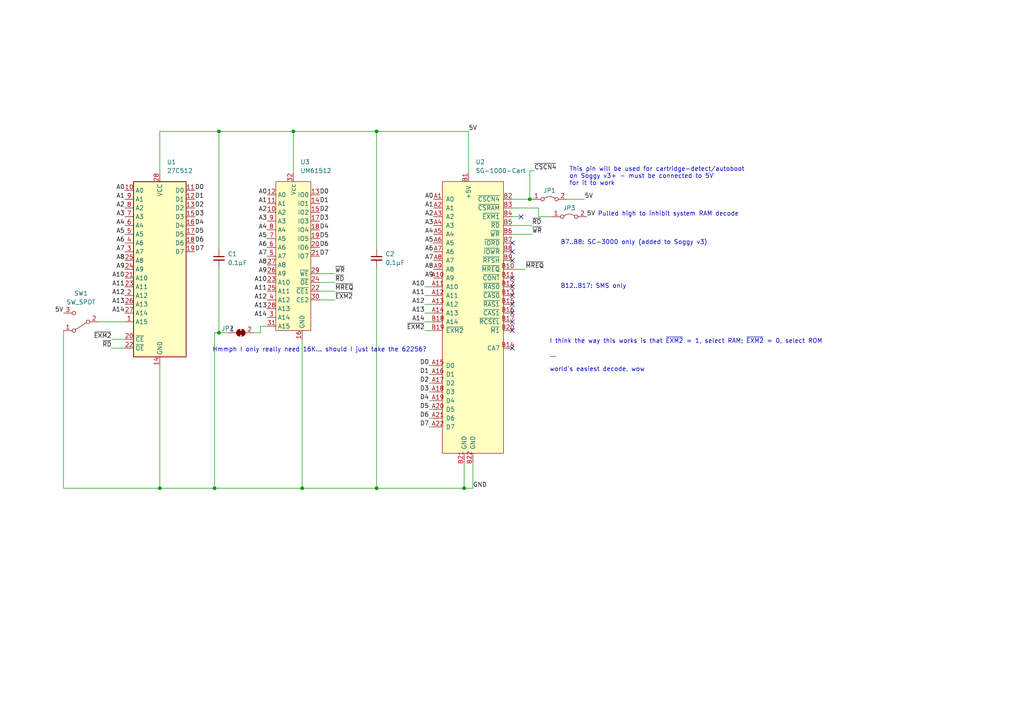
<source format=kicad_sch>
(kicad_sch (version 20211123) (generator eeschema)
  (paper "A4")
  (lib_symbols
    (symbol "BasicChips:UM61512"
      (property "Reference" "U" (at 0 0 0))
      (property "Value" "UM61512" (at 0 0 0))
      (symbol "UM61512_0_1"
        (rectangle (start -5.08 -43.18) (end 5.08 0) (fill (type background)))
      )
      (symbol "UM61512_1_1"
        (pin no_connect line (at 15.24 -36.83 90) (length 2.54) hide (name "N/C") (number "1"))
        (pin input line (at -7.62 -8.89 0) (length 2.54) (name "A2") (number "10"))
        (pin input line (at -7.62 -6.35 0) (length 2.54) (name "A1") (number "11"))
        (pin input line (at -7.62 -3.81 0) (length 2.54) (name "A0") (number "12"))
        (pin bidirectional line (at 7.62 -3.81 180) (length 2.54) (name "IO0") (number "13"))
        (pin bidirectional line (at 7.62 -6.35 180) (length 2.54) (name "IO1") (number "14"))
        (pin bidirectional line (at 7.62 -8.89 180) (length 2.54) (name "IO2") (number "15"))
        (pin power_in line (at 2.54 -45.72 90) (length 2.54) (name "GND") (number "16"))
        (pin bidirectional line (at 7.62 -11.43 180) (length 2.54) (name "IO3") (number "17"))
        (pin bidirectional line (at 7.62 -13.97 180) (length 2.54) (name "IO4") (number "18"))
        (pin bidirectional line (at 7.62 -16.51 180) (length 2.54) (name "IO5") (number "19"))
        (pin no_connect line (at 17.78 -36.83 90) (length 2.54) hide (name "N/C") (number "2"))
        (pin bidirectional line (at 7.62 -19.05 180) (length 2.54) (name "IO6") (number "20"))
        (pin bidirectional line (at 7.62 -21.59 180) (length 2.54) (name "IO7") (number "21"))
        (pin input line (at 7.62 -31.75 180) (length 2.54) (name "~{CE1}") (number "22"))
        (pin input line (at -7.62 -29.21 0) (length 2.54) (name "A10") (number "23"))
        (pin input line (at 7.62 -29.21 180) (length 2.54) (name "~{OE}") (number "24"))
        (pin input line (at -7.62 -31.75 0) (length 2.54) (name "A11") (number "25"))
        (pin input line (at -7.62 -26.67 0) (length 2.54) (name "A9") (number "26"))
        (pin input line (at -7.62 -24.13 0) (length 2.54) (name "A8") (number "27"))
        (pin input line (at -7.62 -36.83 0) (length 2.54) (name "A13") (number "28"))
        (pin input line (at 7.62 -26.67 180) (length 2.54) (name "~{WE}") (number "29"))
        (pin input line (at -7.62 -39.37 0) (length 2.54) (name "A14") (number "3"))
        (pin input line (at 7.62 -34.29 180) (length 2.54) (name "CE2") (number "30"))
        (pin input line (at -7.62 -41.91 0) (length 2.54) (name "A15") (number "31"))
        (pin power_in line (at 0 2.54 270) (length 2.54) (name "Vcc") (number "32"))
        (pin input line (at -7.62 -34.29 0) (length 2.54) (name "A12") (number "4"))
        (pin input line (at -7.62 -21.59 0) (length 2.54) (name "A7") (number "5"))
        (pin input line (at -7.62 -19.05 0) (length 2.54) (name "A6") (number "6"))
        (pin input line (at -7.62 -16.51 0) (length 2.54) (name "A5") (number "7"))
        (pin input line (at -7.62 -13.97 0) (length 2.54) (name "A4") (number "8"))
        (pin input line (at -7.62 -11.43 0) (length 2.54) (name "A3") (number "9"))
      )
    )
    (symbol "Device:C_Small" (pin_numbers hide) (pin_names (offset 0.254) hide)
      (property "Reference" "C" (at 0.254 1.778 0))
      (property "Value" "C_Small" (at 0.254 -2.032 0))
      (symbol "C_Small_0_1"
        (polyline (pts (xy -1.524 -0.508) (xy 1.524 -0.508)) (stroke (width 0.3302)))
        (polyline (pts (xy -1.524 0.508) (xy 1.524 0.508)) (stroke (width 0.3048)))
      )
      (symbol "C_Small_1_1"
        (pin passive line (at 0 2.54 270) (length 2.032) (name "~") (number "1"))
        (pin passive line (at 0 -2.54 90) (length 2.032) (name "~") (number "2"))
      )
    )
    (symbol "Jumper:Jumper_2_Bridged" (pin_names (offset 0) hide)
      (property "Reference" "JP" (at 0 1.905 0))
      (property "Value" "Jumper_2_Bridged" (at 0 -2.54 0))
      (symbol "Jumper_2_Bridged_0_0"
        (circle (center -2.032 0) (radius 0.508))
        (circle (center 2.032 0) (radius 0.508))
      )
      (symbol "Jumper_2_Bridged_0_1"
        (arc (start 1.524 0.254) (mid 0 0.762) (end -1.524 0.254))
      )
      (symbol "Jumper_2_Bridged_1_1"
        (pin passive line (at -5.08 0 0) (length 2.54) (name "A") (number "1"))
        (pin passive line (at 5.08 0 180) (length 2.54) (name "B") (number "2"))
      )
    )
    (symbol "Jumper:SolderJumper_2_Bridged" (pin_names (offset 0) hide)
      (property "Reference" "JP" (at 0 2.032 0))
      (property "Value" "SolderJumper_2_Bridged" (at 0 -2.54 0))
      (symbol "SolderJumper_2_Bridged_0_1"
        (rectangle (start -0.508 0.508) (end 0.508 -0.508) (fill (type outline)))
        (arc (start -0.254 1.016) (mid -1.27 0) (end -0.254 -1.016))
        (arc (start -0.254 1.016) (mid -1.27 0) (end -0.254 -1.016) (fill (type outline)))
        (polyline (pts (xy -0.254 1.016) (xy -0.254 -1.016)))
        (polyline (pts (xy 0.254 1.016) (xy 0.254 -1.016)))
        (arc (start 0.254 -1.016) (mid 1.27 0) (end 0.254 1.016))
        (arc (start 0.254 -1.016) (mid 1.27 0) (end 0.254 1.016) (fill (type outline)))
      )
      (symbol "SolderJumper_2_Bridged_1_1"
        (pin passive line (at -3.81 0 0) (length 2.54) (name "A") (number "1"))
        (pin passive line (at 3.81 0 180) (length 2.54) (name "B") (number "2"))
      )
    )
    (symbol "LeadedSolder:SG-1000-Cart" (pin_names (offset 1.016))
      (property "Reference" "U" (at 0 -72.39 0))
      (property "Value" "SG-1000-Cart" (at 0 -69.85 0))
      (symbol "SG-1000-Cart_0_1"
        (rectangle (start -7.62 13.97) (end 10.16 -64.77) (fill (type background)))
      )
      (symbol "SG-1000-Cart_1_1"
        (pin input line (at -10.16 8.89 0) (length 2.54) (name "A0") (number "A1"))
        (pin input line (at -10.16 -13.97 0) (length 2.54) (name "A9") (number "A10"))
        (pin input line (at -10.16 -16.51 0) (length 2.54) (name "A10") (number "A11"))
        (pin input line (at -10.16 -19.05 0) (length 2.54) (name "A11") (number "A12"))
        (pin input line (at -10.16 -21.59 0) (length 2.54) (name "A12") (number "A13"))
        (pin input line (at -10.16 -24.13 0) (length 2.54) (name "A13") (number "A14"))
        (pin bidirectional line (at -10.16 -39.37 0) (length 2.54) (name "D0") (number "A15"))
        (pin bidirectional line (at -10.16 -41.91 0) (length 2.54) (name "D1") (number "A16"))
        (pin bidirectional line (at -10.16 -44.45 0) (length 2.54) (name "D2") (number "A17"))
        (pin bidirectional line (at -10.16 -46.99 0) (length 2.54) (name "D3") (number "A18"))
        (pin bidirectional line (at -10.16 -49.53 0) (length 2.54) (name "D4") (number "A19"))
        (pin input line (at -10.16 6.35 0) (length 2.54) (name "A1") (number "A2"))
        (pin bidirectional line (at -10.16 -52.07 0) (length 2.54) (name "D5") (number "A20"))
        (pin bidirectional line (at -10.16 -54.61 0) (length 2.54) (name "D6") (number "A21"))
        (pin bidirectional line (at -10.16 -57.15 0) (length 2.54) (name "D7") (number "A22"))
        (pin input line (at -10.16 3.81 0) (length 2.54) (name "A2") (number "A3"))
        (pin input line (at -10.16 1.27 0) (length 2.54) (name "A3") (number "A4"))
        (pin input line (at -10.16 -1.27 0) (length 2.54) (name "A4") (number "A5"))
        (pin input line (at -10.16 -3.81 0) (length 2.54) (name "A5") (number "A6"))
        (pin input line (at -10.16 -6.35 0) (length 2.54) (name "A6") (number "A7"))
        (pin input line (at -10.16 -8.89 0) (length 2.54) (name "A7") (number "A8"))
        (pin input line (at -10.16 -11.43 0) (length 2.54) (name "A8") (number "A9"))
        (pin power_in line (at 0 16.51 270) (length 2.54) (name "+5V") (number "B1"))
        (pin input line (at 12.7 -11.43 180) (length 2.54) (name "~{MREQ}") (number "B10"))
        (pin input line (at 12.7 -13.97 180) (length 2.54) (name "~{CONT}") (number "B11"))
        (pin input line (at 12.7 -16.51 180) (length 2.54) (name "~{RAS0}") (number "B12"))
        (pin input line (at 12.7 -19.05 180) (length 2.54) (name "~{CAS0}") (number "B13"))
        (pin input line (at 12.7 -34.29 180) (length 2.54) (name "CA7") (number "B14"))
        (pin input line (at 12.7 -21.59 180) (length 2.54) (name "~{RAS1}") (number "B15"))
        (pin input line (at 12.7 -24.13 180) (length 2.54) (name "~{CAS1}") (number "B16"))
        (pin input line (at 12.7 -26.67 180) (length 2.54) (name "~{RCSEL}") (number "B17"))
        (pin input line (at -10.16 -26.67 0) (length 2.54) (name "A14") (number "B18"))
        (pin input line (at -10.16 -29.21 0) (length 2.54) (name "~{EXM2}") (number "B19"))
        (pin input line (at 12.7 8.89 180) (length 2.54) (name "~{CSCN4}") (number "B2"))
        (pin input line (at 12.7 -29.21 180) (length 2.54) (name "~{M1}") (number "B20"))
        (pin power_in line (at -1.27 -67.31 90) (length 2.54) (name "GND") (number "B21"))
        (pin power_in line (at 1.27 -67.31 90) (length 2.54) (name "GND") (number "B22"))
        (pin input line (at 12.7 6.35 180) (length 2.54) (name "~{CSRAM}") (number "B3"))
        (pin input line (at 12.7 3.81 180) (length 2.54) (name "~{EXM1}") (number "B4"))
        (pin input line (at 12.7 1.27 180) (length 2.54) (name "~{RD}") (number "B5"))
        (pin input line (at 12.7 -1.27 180) (length 2.54) (name "~{WR}") (number "B6"))
        (pin input line (at 12.7 -3.81 180) (length 2.54) (name "~{IORD}") (number "B7"))
        (pin input line (at 12.7 -6.35 180) (length 2.54) (name "~{IOWR}") (number "B8"))
        (pin input line (at 12.7 -8.89 180) (length 2.54) (name "~{RFSH}") (number "B9"))
      )
    )
    (symbol "Memory_EPROM:27C512"
      (property "Reference" "U" (at -7.62 26.67 0))
      (property "Value" "27C512" (at 2.54 -26.67 0))
      (symbol "27C512_1_1"
        (rectangle (start -7.62 25.4) (end 7.62 -25.4) (stroke (width 0.254)) (fill (type background)))
        (pin input line (at -10.16 -15.24 0) (length 2.54) (name "A15") (number "1"))
        (pin input line (at -10.16 22.86 0) (length 2.54) (name "A0") (number "10"))
        (pin tri_state line (at 10.16 22.86 180) (length 2.54) (name "D0") (number "11"))
        (pin tri_state line (at 10.16 20.32 180) (length 2.54) (name "D1") (number "12"))
        (pin tri_state line (at 10.16 17.78 180) (length 2.54) (name "D2") (number "13"))
        (pin power_in line (at 0 -27.94 90) (length 2.54) (name "GND") (number "14"))
        (pin tri_state line (at 10.16 15.24 180) (length 2.54) (name "D3") (number "15"))
        (pin tri_state line (at 10.16 12.7 180) (length 2.54) (name "D4") (number "16"))
        (pin tri_state line (at 10.16 10.16 180) (length 2.54) (name "D5") (number "17"))
        (pin tri_state line (at 10.16 7.62 180) (length 2.54) (name "D6") (number "18"))
        (pin tri_state line (at 10.16 5.08 180) (length 2.54) (name "D7") (number "19"))
        (pin input line (at -10.16 -7.62 0) (length 2.54) (name "A12") (number "2"))
        (pin input line (at -10.16 -20.32 0) (length 2.54) (name "~{CE}") (number "20"))
        (pin input line (at -10.16 -2.54 0) (length 2.54) (name "A10") (number "21"))
        (pin input line (at -10.16 -22.86 0) (length 2.54) (name "~{OE}") (number "22"))
        (pin input line (at -10.16 -5.08 0) (length 2.54) (name "A11") (number "23"))
        (pin input line (at -10.16 0 0) (length 2.54) (name "A9") (number "24"))
        (pin input line (at -10.16 2.54 0) (length 2.54) (name "A8") (number "25"))
        (pin input line (at -10.16 -10.16 0) (length 2.54) (name "A13") (number "26"))
        (pin input line (at -10.16 -12.7 0) (length 2.54) (name "A14") (number "27"))
        (pin power_in line (at 0 27.94 270) (length 2.54) (name "VCC") (number "28"))
        (pin input line (at -10.16 5.08 0) (length 2.54) (name "A7") (number "3"))
        (pin input line (at -10.16 7.62 0) (length 2.54) (name "A6") (number "4"))
        (pin input line (at -10.16 10.16 0) (length 2.54) (name "A5") (number "5"))
        (pin input line (at -10.16 12.7 0) (length 2.54) (name "A4") (number "6"))
        (pin input line (at -10.16 15.24 0) (length 2.54) (name "A3") (number "7"))
        (pin input line (at -10.16 17.78 0) (length 2.54) (name "A2") (number "8"))
        (pin input line (at -10.16 20.32 0) (length 2.54) (name "A1") (number "9"))
      )
    )
    (symbol "Switch:SW_SPDT" (pin_names (offset 0) hide)
      (property "Reference" "SW" (at 0 4.318 0))
      (property "Value" "SW_SPDT" (at 0 -5.08 0))
      (symbol "SW_SPDT_0_0"
        (circle (center -2.032 0) (radius 0.508))
        (circle (center 2.032 -2.54) (radius 0.508))
      )
      (symbol "SW_SPDT_0_1"
        (polyline (pts (xy -1.524 0.254) (xy 1.651 2.286)))
        (circle (center 2.032 2.54) (radius 0.508))
      )
      (symbol "SW_SPDT_1_1"
        (pin passive line (at 5.08 2.54 180) (length 2.54) (name "A") (number "1"))
        (pin passive line (at -5.08 0 0) (length 2.54) (name "B") (number "2"))
        (pin passive line (at 5.08 -2.54 180) (length 2.54) (name "C") (number "3"))
      )
    )
  )
  (junction (at 85.09 38.1))
  (junction (at 109.22 38.1))
  (junction (at 46.355 141.605))
  (junction (at 109.22 141.605))
  (junction (at 153.67 57.785))
  (junction (at 63.5 96.52))
  (junction (at 87.63 141.605))
  (junction (at 134.62 141.605))
  (junction (at 63.5 38.1))
  (junction (at 62.23 141.605))
  (no_connect (at 151.13 62.865))
  (no_connect (at 148.59 100.965))
  (no_connect (at 148.59 70.485))
  (no_connect (at 148.59 73.025))
  (no_connect (at 148.59 75.565))
  (no_connect (at 148.59 95.885))
  (no_connect (at 148.59 80.645))
  (no_connect (at 148.59 88.265))
  (no_connect (at 148.59 85.725))
  (no_connect (at 148.59 83.185))
  (no_connect (at 148.59 93.345))
  (no_connect (at 148.59 90.805))
  (wire (pts (xy 124.46 123.825) (xy 125.73 123.825)))
  (wire (pts (xy 32.385 98.425) (xy 36.195 98.425)))
  (wire (pts (xy 46.355 38.1) (xy 46.355 50.165)))
  (wire (pts (xy 77.47 94.615) (xy 75.565 94.615)))
  (wire (pts (xy 28.575 93.345) (xy 36.195 93.345)))
  (wire (pts (xy 92.71 86.995) (xy 97.155 86.995)))
  (wire (pts (xy 63.5 38.1) (xy 46.355 38.1)))
  (wire (pts (xy 124.46 108.585) (xy 125.73 108.585)))
  (wire (pts (xy 156.21 62.865) (xy 160.02 62.865)))
  (wire (pts (xy 32.385 100.965) (xy 36.195 100.965)))
  (wire (pts (xy 75.565 96.52) (xy 73.66 96.52)))
  (wire (pts (xy 46.355 141.605) (xy 62.23 141.605)))
  (wire (pts (xy 123.19 85.725) (xy 125.73 85.725)))
  (wire (pts (xy 46.355 106.045) (xy 46.355 141.605)))
  (wire (pts (xy 109.22 77.47) (xy 109.22 141.605)))
  (wire (pts (xy 153.67 57.785) (xy 154.305 57.785)))
  (wire (pts (xy 124.46 113.665) (xy 125.73 113.665)))
  (wire (pts (xy 18.415 141.605) (xy 46.355 141.605)))
  (wire (pts (xy 134.62 141.605) (xy 137.16 141.605)))
  (wire (pts (xy 153.67 49.53) (xy 153.67 57.785)))
  (wire (pts (xy 109.22 141.605) (xy 134.62 141.605)))
  (wire (pts (xy 123.19 95.885) (xy 125.73 95.885)))
  (wire (pts (xy 62.23 96.52) (xy 62.23 141.605)))
  (wire (pts (xy 87.63 98.425) (xy 87.63 141.605)))
  (wire (pts (xy 63.5 96.52) (xy 66.04 96.52)))
  (wire (pts (xy 124.46 111.125) (xy 125.73 111.125)))
  (wire (pts (xy 156.21 60.325) (xy 156.21 62.865)))
  (wire (pts (xy 85.09 38.1) (xy 85.09 50.165)))
  (wire (pts (xy 87.63 141.605) (xy 109.22 141.605)))
  (wire (pts (xy 148.59 60.325) (xy 156.21 60.325)))
  (wire (pts (xy 124.46 116.205) (xy 125.73 116.205)))
  (wire (pts (xy 148.59 62.865) (xy 151.13 62.865)))
  (wire (pts (xy 92.71 84.455) (xy 97.155 84.455)))
  (wire (pts (xy 85.09 38.1) (xy 63.5 38.1)))
  (wire (pts (xy 148.59 65.405) (xy 154.305 65.405)))
  (wire (pts (xy 109.22 38.1) (xy 85.09 38.1)))
  (wire (pts (xy 137.16 141.605) (xy 137.16 133.985)))
  (wire (pts (xy 124.46 106.045) (xy 125.73 106.045)))
  (wire (pts (xy 135.89 50.165) (xy 135.89 38.1)))
  (wire (pts (xy 124.46 121.285) (xy 125.73 121.285)))
  (wire (pts (xy 154.94 49.53) (xy 153.67 49.53)))
  (wire (pts (xy 63.5 77.47) (xy 63.5 96.52)))
  (wire (pts (xy 134.62 133.985) (xy 134.62 141.605)))
  (wire (pts (xy 123.19 90.805) (xy 125.73 90.805)))
  (wire (pts (xy 123.19 88.265) (xy 125.73 88.265)))
  (wire (pts (xy 75.565 94.615) (xy 75.565 96.52)))
  (wire (pts (xy 123.19 83.185) (xy 125.73 83.185)))
  (wire (pts (xy 148.59 67.945) (xy 154.305 67.945)))
  (wire (pts (xy 92.71 81.915) (xy 97.155 81.915)))
  (wire (pts (xy 63.5 38.1) (xy 63.5 72.39)))
  (wire (pts (xy 62.23 141.605) (xy 87.63 141.605)))
  (wire (pts (xy 135.89 38.1) (xy 109.22 38.1)))
  (wire (pts (xy 123.19 93.345) (xy 125.73 93.345)))
  (wire (pts (xy 92.71 79.375) (xy 97.155 79.375)))
  (wire (pts (xy 148.59 78.105) (xy 152.4 78.105)))
  (wire (pts (xy 109.22 38.1) (xy 109.22 72.39)))
  (wire (pts (xy 124.46 118.745) (xy 125.73 118.745)))
  (wire (pts (xy 148.59 57.785) (xy 153.67 57.785)))
  (wire (pts (xy 164.465 57.785) (xy 169.545 57.785)))
  (wire (pts (xy 18.415 95.885) (xy 18.415 141.605)))
  (wire (pts (xy 62.23 96.52) (xy 63.5 96.52)))
  (text "B12..B17: SMS only" (at 162.56 83.82 0) (effects (font (size 1.27 1.27)) (justify left bottom)))
  (text "This pin will be used for cartridge-detect/autoboot\non Soggy v3+ - must be connected to 5V\nfor it to work" (at 165.1 53.975 0) (effects (font (size 1.27 1.27)) (justify left bottom)))
  (text "Hmmph I only really need 16K... should I just take the 62256?" (at 61.595 102.235 0) (effects (font (size 1.27 1.27)) (justify left bottom)))
  (text "I think the way this works is that ~{EXM2} = 1, select RAM; ~{EXM2} = 0, select ROM\n\n...\n\nworld's easiest decode, wow" (at 159.385 107.95 0) (effects (font (size 1.27 1.27)) (justify left bottom)))
  (text "Pulled high to inhibit system RAM decode" (at 173.355 62.865 0) (effects (font (size 1.27 1.27)) (justify left bottom)))
  (text "B7..B8: SC-3000 only (added to Soggy v3)" (at 162.56 71.12 0) (effects (font (size 1.27 1.27)) (justify left bottom)))
  (label "~{WR}" (at 97.155 79.375 0))
  (label "A7" (at 77.47 74.295 180))
  (label "A0" (at 36.195 55.245 180))
  (label "D4" (at 56.515 65.405 0))
  (label "A12" (at 77.47 86.995 180))
  (label "A9" (at 36.195 78.105 180))
  (label "A1" (at 77.47 59.055 180))
  (label "A4" (at 125.73 67.945 180))
  (label "A2" (at 36.195 60.325 180))
  (label "D4" (at 124.46 116.205 180))
  (label "A9" (at 77.47 79.375 180))
  (label "D0" (at 124.46 106.045 180))
  (label "A12" (at 123.19 88.265 180))
  (label "A5" (at 77.47 69.215 180))
  (label "D2" (at 124.46 111.125 180))
  (label "A6" (at 77.47 71.755 180))
  (label "A13" (at 123.19 90.805 180))
  (label "A11" (at 36.195 83.185 180))
  (label "A14" (at 77.47 92.075 180))
  (label "A5" (at 125.73 70.485 180))
  (label "A0" (at 125.73 57.785 180))
  (label "A14" (at 123.19 93.345 180))
  (label "A14" (at 36.195 90.805 180))
  (label "A4" (at 77.47 66.675 180))
  (label "D4" (at 92.71 66.675 0))
  (label "~{MREQ}" (at 152.4 78.105 0))
  (label "A5" (at 36.195 67.945 180))
  (label "D5" (at 92.71 69.215 0))
  (label "A0" (at 77.47 56.515 180))
  (label "A7" (at 36.195 73.025 180))
  (label "A1" (at 125.73 60.325 180))
  (label "5V" (at 18.415 90.805 180))
  (label "D1" (at 92.71 59.055 0))
  (label "D0" (at 56.515 55.245 0))
  (label "5V" (at 170.18 62.865 0))
  (label "~{EXM2}" (at 97.155 86.995 0))
  (label "A13" (at 77.47 89.535 180))
  (label "~{EXM2}" (at 123.19 95.885 180))
  (label "D5" (at 124.46 118.745 180))
  (label "D5" (at 56.515 67.945 0))
  (label "A6" (at 125.73 73.025 180))
  (label "D3" (at 56.515 62.865 0))
  (label "A3" (at 36.195 62.865 180))
  (label "A6" (at 36.195 70.485 180))
  (label "D6" (at 56.515 70.485 0))
  (label "A10" (at 77.47 81.915 180))
  (label "~{WR}" (at 154.305 67.945 0))
  (label "D0" (at 92.71 56.515 0))
  (label "A1" (at 36.195 57.785 180))
  (label "A7" (at 125.73 75.565 180))
  (label "A3" (at 77.47 64.135 180))
  (label "A11" (at 123.19 85.725 180))
  (label "D3" (at 92.71 64.135 0))
  (label "A9" (at 125.73 80.645 180))
  (label "A10" (at 123.19 83.185 180))
  (label "5V" (at 169.545 57.785 0))
  (label "~{MREQ}" (at 97.155 84.455 0))
  (label "A10" (at 36.195 80.645 180))
  (label "A8" (at 36.195 75.565 180))
  (label "A2" (at 77.47 61.595 180))
  (label "A2" (at 125.73 62.865 180))
  (label "D2" (at 92.71 61.595 0))
  (label "A11" (at 77.47 84.455 180))
  (label "A13" (at 36.195 88.265 180))
  (label "D2" (at 56.515 60.325 0))
  (label "D6" (at 92.71 71.755 0))
  (label "5V" (at 135.89 38.1 0))
  (label "A8" (at 125.73 78.105 180))
  (label "A12" (at 36.195 85.725 180))
  (label "GND" (at 137.16 141.605 0))
  (label "A4" (at 36.195 65.405 180))
  (label "~{RD}" (at 154.305 65.405 0))
  (label "~{EXM2}" (at 32.385 98.425 180))
  (label "~{CSCN4}" (at 154.94 49.53 0))
  (label "D7" (at 92.71 74.295 0))
  (label "D1" (at 56.515 57.785 0))
  (label "A3" (at 125.73 65.405 180))
  (label "~{RD}" (at 97.155 81.915 0))
  (label "D7" (at 124.46 123.825 180))
  (label "D1" (at 124.46 108.585 180))
  (label "~{RD}" (at 32.385 100.965 180))
  (label "D6" (at 124.46 121.285 180))
  (label "D3" (at 124.46 113.665 180))
  (label "D7" (at 56.515 73.025 0))
  (label "A8" (at 77.47 76.835 180))
  (symbol (lib_id "Device:C_Small") (at 63.5 74.93 0) (unit 1)
    (property "Reference" "C1" (at 66.04 73.6662 0) (effects (justify left)))
    (property "Value" "0.1µF" (at 66.04 76.2062 0) (effects (justify left)))
    (property "Footprint" "Capacitor_THT:C_Disc_D6.0mm_W2.5mm_P5.00mm" (effects hide))
  )
  (symbol (lib_id "Memory_EPROM:27C512") (at 46.355 78.105 0) (unit 1)
    (property "Reference" "U1" (at 48.3744 46.99 0) (effects (justify left)))
    (property "Value" "27C512" (at 48.3744 49.53 0) (effects (justify left)))
    (property "Footprint" "Package_DIP:DIP-28_W15.24mm" (effects hide))
    (property "Datasheet" "http://ww1.microchip.com/downloads/en/DeviceDoc/doc0015.pdf" (effects hide))
  )
  (symbol (lib_id "BasicChips:UM61512") (at 85.09 52.705 0) (unit 1)
    (property "Reference" "U3" (at 87.1094 46.99 0) (effects (justify left)))
    (property "Value" "UM61512" (at 87.1094 49.53 0) (effects (justify left)))
    (property "Footprint" "Package_DIP:DIP-32_W7.62mm" (effects hide))
    (property "Datasheet" "https://pdf1.alldatasheet.com/datasheet-pdf/view/107817/UMC/UM61512AK-15.html" (effects hide))
  )
  (symbol (lib_id "Jumper:Jumper_2_Bridged") (at 165.1 62.865 0) (unit 1)
    (property "Reference" "JP3" (at 165.1 60.325 0))
    (property "Value" "Jumper_2_Bridged" (effects hide))
    (property "Footprint" "Jumper:SolderJumper-2_P1.3mm_Bridged2Bar_RoundedPad1.0x1.5mm" (effects hide))
  )
  (symbol (lib_id "Jumper:SolderJumper_2_Bridged") (at 69.85 96.52 0) (unit 1)
    (property "Reference" "JP2" (at 66.04 95.25 0))
    (property "Value" "SolderJumper_2_Bridged" (effects hide))
    (property "Footprint" "Jumper:SolderJumper-2_P1.3mm_Bridged2Bar_RoundedPad1.0x1.5mm" (effects hide))
  )
  (symbol (lib_id "LeadedSolder:SG-1000-Cart") (at 135.89 66.675 0) (unit 1)
    (property "Reference" "U2" (at 137.9094 46.99 0) (effects (justify left)))
    (property "Value" "SG-1000-Cart" (at 137.9094 49.53 0) (effects (justify left)))
    (property "Footprint" "SoggyCartridge:CartridgeEdge" (effects hide))
  )
  (symbol (lib_id "Jumper:Jumper_2_Bridged") (at 159.385 57.785 0) (unit 1)
    (property "Reference" "JP1" (at 159.385 55.245 0))
    (property "Value" "Jumper_2_Bridged" (effects hide))
    (property "Footprint" "Jumper:SolderJumper-2_P1.3mm_Bridged2Bar_RoundedPad1.0x1.5mm" (effects hide))
  )
  (symbol (lib_id "Switch:SW_SPDT") (at 23.495 93.345 180) (unit 1)
    (property "Reference" "SW1" (at 23.495 85.09 0))
    (property "Value" "SW_SPDT" (at 23.495 87.63 0))
    (property "Footprint" "Connector_PinHeader_2.54mm:PinHeader_1x03_P2.54mm_Vertical" (effects hide))
  )
  (symbol (lib_id "Device:C_Small") (at 109.22 74.93 0) (unit 1)
    (property "Reference" "C2" (at 111.76 73.6662 0) (effects (justify left)))
    (property "Value" "0.1µF" (at 111.76 76.2062 0) (effects (justify left)))
    (property "Footprint" "Capacitor_THT:C_Disc_D6.0mm_W2.5mm_P5.00mm" (effects hide))
  )
)
</source>
